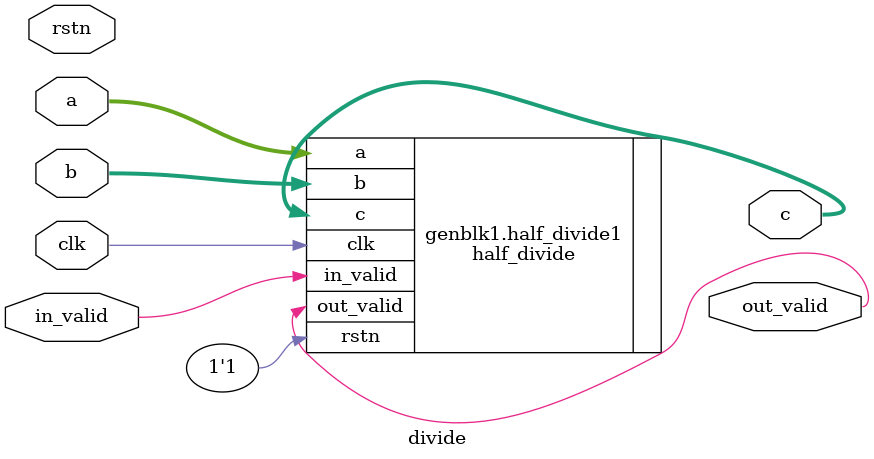
<source format=sv>
`timescale 1ns / 1ps


module divide
#(parameter BITS = 16, PRECISION = "HALF")
(
input rstn,
input clk,
input in_valid,
input [BITS-1:0] a,
input [BITS-1:0] b,
output out_valid,
output [BITS-1:0] c
);

if (PRECISION == "HALF")
half_divide half_divide1
(
.rstn(1'b1),
.clk,
.in_valid,
.a(a),
.b(b),
.out_valid(out_valid),
.c(c)
);

if (PRECISION == "SINGLE")
single_divide single_divide1
(
.rstn(1'b1),
.clk,
.in_valid,
.a(a),
.b(b),
.out_valid(out_valid),
.c(c)
);

endmodule

</source>
